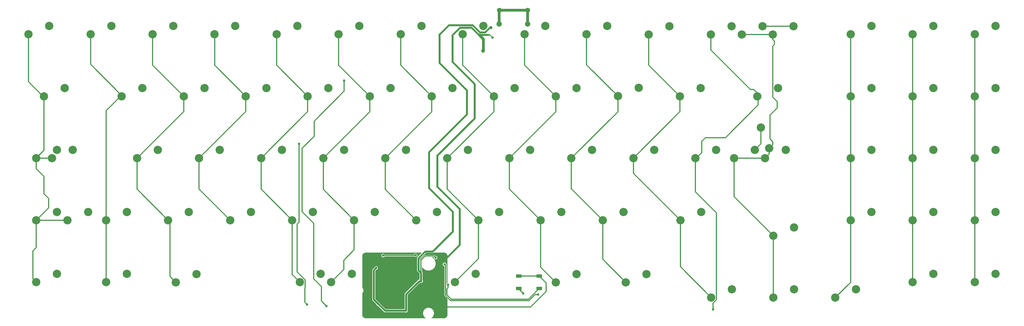
<source format=gbr>
G04 EAGLE Gerber RS-274X export*
G75*
%MOMM*%
%FSLAX34Y34*%
%LPD*%
%INTop Copper*%
%IPPOS*%
%AMOC8*
5,1,8,0,0,1.08239X$1,22.5*%
G01*
%ADD10C,2.540000*%
%ADD11R,1.700000X1.000000*%
%ADD12C,1.508000*%
%ADD13C,1.650000*%
%ADD14C,0.756400*%
%ADD15C,0.304800*%
%ADD16C,0.609600*%
%ADD17C,1.206400*%
%ADD18C,0.812800*%
%ADD19C,0.152400*%
%ADD20C,1.006400*%

G36*
X1272737Y-940617D02*
X1272737Y-940617D01*
X1272837Y-940602D01*
X1272848Y-940597D01*
X1272859Y-940595D01*
X1272946Y-940544D01*
X1273034Y-940495D01*
X1273042Y-940487D01*
X1273053Y-940480D01*
X1273116Y-940402D01*
X1273182Y-940327D01*
X1273186Y-940316D01*
X1273194Y-940306D01*
X1273226Y-940211D01*
X1273262Y-940117D01*
X1273262Y-940105D01*
X1273266Y-940094D01*
X1273263Y-939993D01*
X1273264Y-939893D01*
X1273260Y-939881D01*
X1273259Y-939869D01*
X1273221Y-939776D01*
X1273187Y-939682D01*
X1273179Y-939673D01*
X1273175Y-939662D01*
X1273107Y-939588D01*
X1273042Y-939511D01*
X1273031Y-939504D01*
X1273023Y-939496D01*
X1272983Y-939475D01*
X1272906Y-939429D01*
X1268179Y-934702D01*
X1265625Y-928537D01*
X1265625Y-921863D01*
X1268179Y-915698D01*
X1272898Y-910979D01*
X1279063Y-908425D01*
X1285737Y-908425D01*
X1291902Y-910979D01*
X1296621Y-915698D01*
X1299175Y-921863D01*
X1299175Y-928537D01*
X1296621Y-934702D01*
X1291892Y-939431D01*
X1291834Y-939468D01*
X1291747Y-939520D01*
X1291740Y-939529D01*
X1291730Y-939535D01*
X1291670Y-939616D01*
X1291606Y-939694D01*
X1291602Y-939705D01*
X1291595Y-939715D01*
X1291567Y-939811D01*
X1291534Y-939906D01*
X1291535Y-939918D01*
X1291531Y-939930D01*
X1291538Y-940030D01*
X1291541Y-940131D01*
X1291545Y-940142D01*
X1291546Y-940153D01*
X1291587Y-940246D01*
X1291625Y-940338D01*
X1291633Y-940347D01*
X1291638Y-940358D01*
X1291709Y-940430D01*
X1291777Y-940504D01*
X1291787Y-940510D01*
X1291795Y-940518D01*
X1291886Y-940560D01*
X1291976Y-940607D01*
X1291989Y-940609D01*
X1291999Y-940613D01*
X1292044Y-940617D01*
X1292161Y-940634D01*
X1330000Y-940634D01*
X1330024Y-940630D01*
X1330055Y-940632D01*
X1331792Y-940480D01*
X1331835Y-940468D01*
X1331901Y-940461D01*
X1333584Y-940010D01*
X1333625Y-939991D01*
X1333688Y-939972D01*
X1335268Y-939235D01*
X1335305Y-939209D01*
X1335364Y-939180D01*
X1336792Y-938180D01*
X1336823Y-938148D01*
X1336876Y-938109D01*
X1338109Y-936876D01*
X1338134Y-936840D01*
X1338180Y-936792D01*
X1339180Y-935364D01*
X1339198Y-935323D01*
X1339235Y-935268D01*
X1339972Y-933688D01*
X1339983Y-933645D01*
X1340010Y-933584D01*
X1340461Y-931901D01*
X1340463Y-931870D01*
X1340470Y-931848D01*
X1340470Y-931833D01*
X1340480Y-931792D01*
X1340632Y-930055D01*
X1340630Y-930031D01*
X1340634Y-930000D01*
X1340634Y-881674D01*
X1340627Y-881633D01*
X1340629Y-881590D01*
X1340607Y-881523D01*
X1340595Y-881453D01*
X1340573Y-881417D01*
X1340560Y-881377D01*
X1340506Y-881304D01*
X1340480Y-881260D01*
X1340464Y-881247D01*
X1340448Y-881226D01*
X1333403Y-874180D01*
X1331431Y-872209D01*
X1331431Y-869420D01*
X1331431Y-781317D01*
X1331420Y-781253D01*
X1331418Y-781187D01*
X1331400Y-781143D01*
X1331392Y-781097D01*
X1331358Y-781040D01*
X1331334Y-780979D01*
X1331302Y-780944D01*
X1331278Y-780903D01*
X1331227Y-780862D01*
X1331182Y-780813D01*
X1331140Y-780792D01*
X1331103Y-780762D01*
X1331041Y-780741D01*
X1330983Y-780711D01*
X1330928Y-780703D01*
X1330891Y-780690D01*
X1330852Y-780691D01*
X1330797Y-780683D01*
X1329496Y-780683D01*
X1326387Y-777575D01*
X1326387Y-773178D01*
X1329496Y-770070D01*
X1333892Y-770070D01*
X1337001Y-773178D01*
X1337001Y-776109D01*
X1337008Y-776151D01*
X1337006Y-776193D01*
X1337028Y-776260D01*
X1337040Y-776330D01*
X1337062Y-776366D01*
X1337075Y-776407D01*
X1337129Y-776479D01*
X1337155Y-776523D01*
X1337171Y-776536D01*
X1337187Y-776557D01*
X1337529Y-776900D01*
X1337529Y-779688D01*
X1337529Y-834435D01*
X1337545Y-834523D01*
X1337554Y-834611D01*
X1337564Y-834633D01*
X1337569Y-834656D01*
X1337614Y-834733D01*
X1337653Y-834812D01*
X1337671Y-834829D01*
X1337683Y-834849D01*
X1337752Y-834905D01*
X1337817Y-834966D01*
X1337838Y-834976D01*
X1337857Y-834991D01*
X1337941Y-835019D01*
X1338023Y-835054D01*
X1338047Y-835055D01*
X1338069Y-835062D01*
X1338158Y-835060D01*
X1338247Y-835064D01*
X1338270Y-835056D01*
X1338294Y-835056D01*
X1338376Y-835022D01*
X1338461Y-834995D01*
X1338482Y-834979D01*
X1338502Y-834971D01*
X1338539Y-834937D01*
X1338612Y-834884D01*
X1340448Y-833047D01*
X1340473Y-833012D01*
X1340504Y-832983D01*
X1340536Y-832920D01*
X1340577Y-832862D01*
X1340587Y-832821D01*
X1340607Y-832784D01*
X1340620Y-832694D01*
X1340633Y-832645D01*
X1340630Y-832624D01*
X1340634Y-832598D01*
X1340634Y-750000D01*
X1340630Y-749976D01*
X1340632Y-749945D01*
X1340480Y-748208D01*
X1340468Y-748165D01*
X1340461Y-748099D01*
X1340010Y-746416D01*
X1339991Y-746375D01*
X1339972Y-746312D01*
X1339235Y-744732D01*
X1339209Y-744695D01*
X1339180Y-744636D01*
X1338180Y-743208D01*
X1338148Y-743177D01*
X1338109Y-743124D01*
X1336876Y-741891D01*
X1336840Y-741866D01*
X1336792Y-741820D01*
X1335364Y-740820D01*
X1335323Y-740802D01*
X1335268Y-740765D01*
X1333688Y-740028D01*
X1333645Y-740017D01*
X1333584Y-739990D01*
X1331901Y-739539D01*
X1331856Y-739536D01*
X1331792Y-739520D01*
X1330055Y-739368D01*
X1330031Y-739370D01*
X1330000Y-739366D01*
X1298324Y-739366D01*
X1298282Y-739373D01*
X1298240Y-739371D01*
X1298172Y-739393D01*
X1298103Y-739405D01*
X1298066Y-739427D01*
X1298026Y-739440D01*
X1297953Y-739494D01*
X1297910Y-739520D01*
X1297897Y-739536D01*
X1297875Y-739552D01*
X1296944Y-740483D01*
X1273977Y-740483D01*
X1273935Y-740490D01*
X1273893Y-740488D01*
X1273825Y-740510D01*
X1273756Y-740522D01*
X1273719Y-740544D01*
X1273679Y-740557D01*
X1273606Y-740611D01*
X1273563Y-740636D01*
X1273550Y-740653D01*
X1273528Y-740668D01*
X1256259Y-757938D01*
X1256234Y-757973D01*
X1256203Y-758002D01*
X1256171Y-758065D01*
X1256130Y-758122D01*
X1256120Y-758164D01*
X1256100Y-758201D01*
X1256087Y-758291D01*
X1256074Y-758340D01*
X1256077Y-758361D01*
X1256073Y-758387D01*
X1256073Y-760690D01*
X1256088Y-760777D01*
X1256098Y-760866D01*
X1256108Y-760887D01*
X1256112Y-760911D01*
X1256158Y-760987D01*
X1256197Y-761067D01*
X1256214Y-761083D01*
X1256227Y-761104D01*
X1256296Y-761160D01*
X1256360Y-761221D01*
X1256382Y-761230D01*
X1256401Y-761245D01*
X1256485Y-761274D01*
X1256567Y-761308D01*
X1256591Y-761309D01*
X1256613Y-761317D01*
X1256702Y-761314D01*
X1256791Y-761318D01*
X1256814Y-761311D01*
X1256838Y-761310D01*
X1256920Y-761277D01*
X1257005Y-761250D01*
X1257026Y-761234D01*
X1257045Y-761226D01*
X1257083Y-761192D01*
X1257155Y-761138D01*
X1258275Y-760019D01*
X1269619Y-748675D01*
X1271590Y-746703D01*
X1300515Y-746703D01*
X1302819Y-749007D01*
X1302854Y-749032D01*
X1302883Y-749063D01*
X1302945Y-749095D01*
X1303003Y-749136D01*
X1303044Y-749146D01*
X1303082Y-749166D01*
X1303172Y-749179D01*
X1303221Y-749192D01*
X1303241Y-749189D01*
X1303268Y-749193D01*
X1306198Y-749193D01*
X1309307Y-752302D01*
X1309307Y-756698D01*
X1306198Y-759807D01*
X1301802Y-759807D01*
X1298693Y-756698D01*
X1298693Y-753768D01*
X1298686Y-753726D01*
X1298688Y-753683D01*
X1298666Y-753616D01*
X1298654Y-753547D01*
X1298632Y-753510D01*
X1298619Y-753470D01*
X1298565Y-753397D01*
X1298539Y-753354D01*
X1298523Y-753340D01*
X1298507Y-753319D01*
X1298175Y-752987D01*
X1298140Y-752962D01*
X1298111Y-752931D01*
X1298049Y-752899D01*
X1297991Y-752858D01*
X1297950Y-752848D01*
X1297912Y-752828D01*
X1297822Y-752815D01*
X1297773Y-752802D01*
X1297753Y-752805D01*
X1297726Y-752801D01*
X1293553Y-752801D01*
X1293454Y-752819D01*
X1293354Y-752833D01*
X1293344Y-752838D01*
X1293332Y-752840D01*
X1293246Y-752891D01*
X1293157Y-752939D01*
X1293149Y-752948D01*
X1293139Y-752955D01*
X1293076Y-753032D01*
X1293009Y-753108D01*
X1293005Y-753120D01*
X1292997Y-753129D01*
X1292965Y-753224D01*
X1292930Y-753318D01*
X1292929Y-753330D01*
X1292926Y-753341D01*
X1292929Y-753441D01*
X1292928Y-753542D01*
X1292932Y-753554D01*
X1292932Y-753566D01*
X1292970Y-753658D01*
X1293004Y-753753D01*
X1293012Y-753762D01*
X1293017Y-753773D01*
X1293084Y-753848D01*
X1293150Y-753924D01*
X1293161Y-753931D01*
X1293168Y-753939D01*
X1293209Y-753960D01*
X1293310Y-754021D01*
X1294593Y-754552D01*
X1300648Y-760607D01*
X1303925Y-768518D01*
X1303925Y-777082D01*
X1300648Y-784993D01*
X1294593Y-791048D01*
X1286682Y-794325D01*
X1278118Y-794325D01*
X1270207Y-791048D01*
X1264152Y-784993D01*
X1263769Y-784067D01*
X1263715Y-783983D01*
X1263663Y-783896D01*
X1263654Y-783889D01*
X1263648Y-783879D01*
X1263567Y-783818D01*
X1263489Y-783755D01*
X1263478Y-783751D01*
X1263468Y-783744D01*
X1263372Y-783715D01*
X1263277Y-783683D01*
X1263265Y-783683D01*
X1263253Y-783680D01*
X1263153Y-783687D01*
X1263052Y-783690D01*
X1263041Y-783694D01*
X1263030Y-783695D01*
X1262938Y-783736D01*
X1262845Y-783774D01*
X1262836Y-783782D01*
X1262825Y-783787D01*
X1262753Y-783857D01*
X1262679Y-783925D01*
X1262673Y-783936D01*
X1262665Y-783944D01*
X1262623Y-784035D01*
X1262576Y-784125D01*
X1262574Y-784138D01*
X1262570Y-784147D01*
X1262566Y-784193D01*
X1262549Y-784310D01*
X1262549Y-797819D01*
X1262556Y-797861D01*
X1262554Y-797903D01*
X1262576Y-797971D01*
X1262588Y-798040D01*
X1262610Y-798077D01*
X1262623Y-798117D01*
X1262677Y-798190D01*
X1262703Y-798233D01*
X1262719Y-798246D01*
X1262735Y-798268D01*
X1264073Y-799606D01*
X1264073Y-823975D01*
X1264080Y-824017D01*
X1264078Y-824059D01*
X1264100Y-824126D01*
X1264112Y-824196D01*
X1264134Y-824233D01*
X1264147Y-824273D01*
X1264201Y-824346D01*
X1264227Y-824389D01*
X1264243Y-824402D01*
X1264259Y-824424D01*
X1264807Y-824972D01*
X1264807Y-829368D01*
X1261698Y-832477D01*
X1257302Y-832477D01*
X1256754Y-831929D01*
X1256719Y-831904D01*
X1256690Y-831873D01*
X1256627Y-831841D01*
X1256569Y-831800D01*
X1256528Y-831790D01*
X1256491Y-831770D01*
X1256401Y-831757D01*
X1256352Y-831744D01*
X1256331Y-831747D01*
X1256305Y-831743D01*
X1255987Y-831743D01*
X1255945Y-831750D01*
X1255903Y-831748D01*
X1255835Y-831770D01*
X1255766Y-831782D01*
X1255729Y-831804D01*
X1255689Y-831817D01*
X1255616Y-831871D01*
X1255573Y-831897D01*
X1255560Y-831913D01*
X1255538Y-831929D01*
X1218338Y-869129D01*
X1218314Y-869164D01*
X1218282Y-869192D01*
X1218250Y-869255D01*
X1218210Y-869313D01*
X1218199Y-869354D01*
X1218180Y-869392D01*
X1218167Y-869482D01*
X1218165Y-869487D01*
X1218159Y-869505D01*
X1218159Y-869509D01*
X1218154Y-869530D01*
X1218156Y-869551D01*
X1218152Y-869577D01*
X1218152Y-914226D01*
X1218160Y-914267D01*
X1218158Y-914310D01*
X1218179Y-914377D01*
X1218192Y-914446D01*
X1218214Y-914483D01*
X1218227Y-914523D01*
X1218280Y-914596D01*
X1218306Y-914640D01*
X1218322Y-914653D01*
X1218338Y-914674D01*
X1218886Y-915222D01*
X1218886Y-919619D01*
X1215778Y-922727D01*
X1211381Y-922727D01*
X1210833Y-922179D01*
X1210798Y-922155D01*
X1210770Y-922123D01*
X1210707Y-922091D01*
X1210649Y-922051D01*
X1210608Y-922040D01*
X1210570Y-922021D01*
X1210480Y-922007D01*
X1210432Y-921995D01*
X1210411Y-921997D01*
X1210385Y-921993D01*
X1147026Y-921993D01*
X1127526Y-902493D01*
X1127491Y-902468D01*
X1127462Y-902437D01*
X1127399Y-902405D01*
X1127341Y-902364D01*
X1127300Y-902354D01*
X1127263Y-902334D01*
X1127173Y-902321D01*
X1127124Y-902308D01*
X1127103Y-902311D01*
X1127077Y-902307D01*
X1126302Y-902307D01*
X1123193Y-899198D01*
X1123193Y-898423D01*
X1123186Y-898381D01*
X1123188Y-898339D01*
X1123166Y-898271D01*
X1123154Y-898202D01*
X1123132Y-898165D01*
X1123119Y-898125D01*
X1123065Y-898052D01*
X1123039Y-898009D01*
X1123023Y-897996D01*
X1123007Y-897974D01*
X1110120Y-885087D01*
X1110120Y-791538D01*
X1116701Y-784958D01*
X1116725Y-784923D01*
X1116756Y-784894D01*
X1116788Y-784831D01*
X1116829Y-784773D01*
X1116839Y-784732D01*
X1116859Y-784694D01*
X1116872Y-784605D01*
X1116885Y-784556D01*
X1116882Y-784535D01*
X1116886Y-784509D01*
X1116886Y-783734D01*
X1119995Y-780625D01*
X1124391Y-780625D01*
X1127500Y-783734D01*
X1127500Y-788130D01*
X1124391Y-791239D01*
X1123616Y-791239D01*
X1123574Y-791246D01*
X1123532Y-791244D01*
X1123465Y-791266D01*
X1123395Y-791278D01*
X1123358Y-791300D01*
X1123318Y-791313D01*
X1123245Y-791367D01*
X1123202Y-791392D01*
X1123189Y-791409D01*
X1123167Y-791424D01*
X1119452Y-795140D01*
X1119427Y-795175D01*
X1119396Y-795204D01*
X1119364Y-795267D01*
X1119323Y-795324D01*
X1119313Y-795366D01*
X1119293Y-795403D01*
X1119280Y-795493D01*
X1119268Y-795542D01*
X1119270Y-795563D01*
X1119266Y-795589D01*
X1119266Y-881036D01*
X1119273Y-881078D01*
X1119271Y-881120D01*
X1119279Y-881145D01*
X1119280Y-881146D01*
X1119293Y-881188D01*
X1119305Y-881257D01*
X1119327Y-881294D01*
X1119340Y-881334D01*
X1119394Y-881407D01*
X1119420Y-881450D01*
X1119436Y-881463D01*
X1119452Y-881485D01*
X1129474Y-891507D01*
X1129509Y-891532D01*
X1129538Y-891563D01*
X1129601Y-891595D01*
X1129659Y-891636D01*
X1129700Y-891646D01*
X1129737Y-891666D01*
X1129827Y-891679D01*
X1129876Y-891692D01*
X1129897Y-891689D01*
X1129923Y-891693D01*
X1130698Y-891693D01*
X1133807Y-894802D01*
X1133807Y-895577D01*
X1133814Y-895619D01*
X1133812Y-895661D01*
X1133834Y-895729D01*
X1133846Y-895798D01*
X1133868Y-895835D01*
X1133881Y-895875D01*
X1133935Y-895948D01*
X1133961Y-895991D01*
X1133977Y-896004D01*
X1133993Y-896026D01*
X1150629Y-912662D01*
X1150664Y-912686D01*
X1150692Y-912718D01*
X1150755Y-912750D01*
X1150813Y-912790D01*
X1150854Y-912801D01*
X1150892Y-912820D01*
X1150982Y-912833D01*
X1151030Y-912846D01*
X1151051Y-912844D01*
X1151077Y-912848D01*
X1208373Y-912848D01*
X1208437Y-912836D01*
X1208503Y-912834D01*
X1208547Y-912816D01*
X1208593Y-912808D01*
X1208650Y-912775D01*
X1208711Y-912750D01*
X1208746Y-912718D01*
X1208787Y-912694D01*
X1208828Y-912643D01*
X1208877Y-912598D01*
X1208898Y-912556D01*
X1208928Y-912520D01*
X1208949Y-912457D01*
X1208979Y-912399D01*
X1208987Y-912344D01*
X1209000Y-912307D01*
X1208999Y-912268D01*
X1209007Y-912213D01*
X1209007Y-865526D01*
X1251936Y-822597D01*
X1254293Y-822597D01*
X1254358Y-822586D01*
X1254424Y-822584D01*
X1254467Y-822566D01*
X1254514Y-822558D01*
X1254571Y-822524D01*
X1254631Y-822499D01*
X1254666Y-822468D01*
X1254707Y-822443D01*
X1254749Y-822392D01*
X1254797Y-822348D01*
X1254819Y-822306D01*
X1254848Y-822269D01*
X1254869Y-822207D01*
X1254900Y-822148D01*
X1254908Y-822094D01*
X1254920Y-822057D01*
X1254919Y-822017D01*
X1254927Y-821963D01*
X1254927Y-803657D01*
X1254920Y-803615D01*
X1254922Y-803573D01*
X1254900Y-803505D01*
X1254888Y-803436D01*
X1254866Y-803399D01*
X1254853Y-803359D01*
X1254810Y-803301D01*
X1254809Y-803298D01*
X1254803Y-803291D01*
X1254799Y-803286D01*
X1254773Y-803243D01*
X1254757Y-803230D01*
X1254741Y-803208D01*
X1246927Y-795394D01*
X1246927Y-754336D01*
X1260815Y-740448D01*
X1260865Y-740375D01*
X1260922Y-740306D01*
X1260929Y-740284D01*
X1260943Y-740264D01*
X1260965Y-740178D01*
X1260993Y-740094D01*
X1260993Y-740070D01*
X1260999Y-740047D01*
X1260989Y-739958D01*
X1260987Y-739869D01*
X1260978Y-739847D01*
X1260975Y-739824D01*
X1260936Y-739744D01*
X1260903Y-739662D01*
X1260887Y-739644D01*
X1260876Y-739623D01*
X1260811Y-739562D01*
X1260751Y-739496D01*
X1260730Y-739485D01*
X1260713Y-739469D01*
X1260631Y-739434D01*
X1260552Y-739393D01*
X1260525Y-739390D01*
X1260506Y-739381D01*
X1260456Y-739379D01*
X1260366Y-739366D01*
X1090000Y-739366D01*
X1089976Y-739370D01*
X1089945Y-739368D01*
X1088208Y-739520D01*
X1088165Y-739532D01*
X1088099Y-739539D01*
X1086416Y-739990D01*
X1086375Y-740009D01*
X1086312Y-740028D01*
X1084732Y-740765D01*
X1084695Y-740791D01*
X1084636Y-740820D01*
X1083208Y-741820D01*
X1083177Y-741852D01*
X1083124Y-741891D01*
X1081891Y-743124D01*
X1081866Y-743160D01*
X1081820Y-743208D01*
X1080820Y-744636D01*
X1080802Y-744677D01*
X1080765Y-744732D01*
X1080028Y-746312D01*
X1080017Y-746355D01*
X1079990Y-746416D01*
X1079539Y-748099D01*
X1079536Y-748144D01*
X1079520Y-748208D01*
X1079368Y-749945D01*
X1079370Y-749969D01*
X1079366Y-750000D01*
X1079366Y-847426D01*
X1079373Y-847468D01*
X1079371Y-847510D01*
X1079393Y-847577D01*
X1079405Y-847647D01*
X1079427Y-847683D01*
X1079440Y-847724D01*
X1079494Y-847796D01*
X1079520Y-847840D01*
X1079536Y-847853D01*
X1079552Y-847874D01*
X1081199Y-849521D01*
X1082725Y-853206D01*
X1082725Y-857194D01*
X1081199Y-860879D01*
X1079552Y-862526D01*
X1079527Y-862560D01*
X1079496Y-862589D01*
X1079464Y-862652D01*
X1079423Y-862710D01*
X1079413Y-862751D01*
X1079393Y-862789D01*
X1079380Y-862878D01*
X1079368Y-862927D01*
X1079370Y-862948D01*
X1079366Y-862974D01*
X1079366Y-930000D01*
X1079370Y-930024D01*
X1079368Y-930055D01*
X1079520Y-931792D01*
X1079532Y-931835D01*
X1079536Y-931869D01*
X1079536Y-931885D01*
X1079538Y-931890D01*
X1079539Y-931901D01*
X1079990Y-933584D01*
X1080009Y-933625D01*
X1080028Y-933688D01*
X1080765Y-935268D01*
X1080791Y-935305D01*
X1080820Y-935364D01*
X1081820Y-936792D01*
X1081852Y-936823D01*
X1081891Y-936876D01*
X1083124Y-938109D01*
X1083160Y-938134D01*
X1083208Y-938180D01*
X1084636Y-939180D01*
X1084677Y-939198D01*
X1084732Y-939235D01*
X1086312Y-939972D01*
X1086355Y-939983D01*
X1086416Y-940010D01*
X1088099Y-940461D01*
X1088144Y-940464D01*
X1088208Y-940480D01*
X1089945Y-940632D01*
X1089969Y-940630D01*
X1090000Y-940634D01*
X1272639Y-940634D01*
X1272737Y-940617D01*
G37*
%LPC*%
G36*
X1140802Y-753307D02*
X1140802Y-753307D01*
X1137693Y-750198D01*
X1137693Y-745802D01*
X1140802Y-742693D01*
X1145198Y-742693D01*
X1147270Y-744765D01*
X1147305Y-744790D01*
X1147334Y-744821D01*
X1147397Y-744853D01*
X1147455Y-744894D01*
X1147496Y-744904D01*
X1147533Y-744924D01*
X1147623Y-744937D01*
X1147672Y-744950D01*
X1147693Y-744947D01*
X1147719Y-744951D01*
X1237281Y-744951D01*
X1237323Y-744944D01*
X1237365Y-744946D01*
X1237432Y-744924D01*
X1237502Y-744912D01*
X1237539Y-744890D01*
X1237579Y-744877D01*
X1237652Y-744823D01*
X1237695Y-744797D01*
X1237708Y-744781D01*
X1237730Y-744765D01*
X1240802Y-741693D01*
X1245198Y-741693D01*
X1248307Y-744802D01*
X1248307Y-749198D01*
X1245198Y-752307D01*
X1240802Y-752307D01*
X1239730Y-751235D01*
X1239695Y-751210D01*
X1239666Y-751179D01*
X1239603Y-751147D01*
X1239545Y-751106D01*
X1239504Y-751096D01*
X1239467Y-751076D01*
X1239377Y-751063D01*
X1239328Y-751050D01*
X1239307Y-751053D01*
X1239281Y-751049D01*
X1147719Y-751049D01*
X1147677Y-751056D01*
X1147635Y-751054D01*
X1147568Y-751076D01*
X1147498Y-751088D01*
X1147461Y-751110D01*
X1147421Y-751123D01*
X1147348Y-751177D01*
X1147305Y-751203D01*
X1147292Y-751219D01*
X1147270Y-751235D01*
X1145198Y-753307D01*
X1140802Y-753307D01*
G37*
%LPD*%
D10*
X57100Y-69800D03*
X120600Y-44400D03*
X247100Y-69800D03*
X310600Y-44400D03*
X437100Y-69800D03*
X500600Y-44400D03*
X627100Y-69800D03*
X690600Y-44400D03*
X817100Y-69800D03*
X880600Y-44400D03*
X1007100Y-69800D03*
X1070600Y-44400D03*
X1197100Y-69800D03*
X1260600Y-44400D03*
X1387100Y-69800D03*
X1450600Y-44400D03*
X1576900Y-69600D03*
X1640400Y-44200D03*
X1766600Y-69800D03*
X1830100Y-44400D03*
X1957100Y-70300D03*
X2020600Y-44900D03*
X2147100Y-70300D03*
X2210600Y-44900D03*
X2241900Y-70300D03*
X2305400Y-44900D03*
X2337100Y-70300D03*
X2400600Y-44900D03*
X2575700Y-69800D03*
X2639200Y-44400D03*
X2765700Y-69800D03*
X2829200Y-44400D03*
X2955700Y-69800D03*
X3019200Y-44400D03*
X104700Y-259700D03*
X168200Y-234300D03*
X342400Y-259800D03*
X405900Y-234400D03*
X532500Y-260000D03*
X596000Y-234600D03*
X722400Y-259800D03*
X785900Y-234400D03*
X912400Y-259800D03*
X975900Y-234400D03*
X1102400Y-259800D03*
X1165900Y-234400D03*
X1292400Y-259800D03*
X1355900Y-234400D03*
X1482400Y-259800D03*
X1545900Y-234400D03*
X1672400Y-259800D03*
X1735900Y-234400D03*
X1862600Y-259500D03*
X1926100Y-234100D03*
X2052900Y-260300D03*
X2116400Y-234900D03*
X2289500Y-260300D03*
X2353000Y-234900D03*
X2326100Y-419200D03*
X2300700Y-355700D03*
X2575700Y-259800D03*
X2639200Y-234400D03*
X2765700Y-259800D03*
X2829200Y-234400D03*
X2955700Y-259800D03*
X3019200Y-234400D03*
X128500Y-449800D03*
X192000Y-424400D03*
X80400Y-449500D03*
X143900Y-424100D03*
X389500Y-449800D03*
X453000Y-424400D03*
X579500Y-449800D03*
X643000Y-424400D03*
X769500Y-449800D03*
X833000Y-424400D03*
X960000Y-449800D03*
X1023500Y-424400D03*
X1150000Y-449800D03*
X1213500Y-424400D03*
X1340000Y-449800D03*
X1403500Y-424400D03*
X1530000Y-449800D03*
X1593500Y-424400D03*
X1720000Y-449800D03*
X1783500Y-424400D03*
X1910000Y-449800D03*
X1973500Y-424400D03*
X2099500Y-449800D03*
X2163000Y-424400D03*
X2218500Y-449800D03*
X2282000Y-424400D03*
X2313300Y-449800D03*
X2376800Y-424400D03*
X2575700Y-449800D03*
X2639200Y-424400D03*
X2765700Y-449800D03*
X2829200Y-424400D03*
X2955700Y-449800D03*
X3019200Y-424400D03*
X80900Y-639800D03*
X144400Y-614400D03*
X176200Y-639800D03*
X239700Y-614400D03*
X294700Y-639800D03*
X358200Y-614400D03*
X484700Y-639800D03*
X548200Y-614400D03*
X674700Y-639800D03*
X738200Y-614400D03*
X864700Y-639800D03*
X928200Y-614400D03*
X1054700Y-639800D03*
X1118200Y-614400D03*
X1244700Y-639800D03*
X1308200Y-614400D03*
X1435200Y-639800D03*
X1498700Y-614400D03*
X1625700Y-640300D03*
X1689200Y-614900D03*
X1816200Y-639800D03*
X1879700Y-614400D03*
X2053900Y-639800D03*
X2117400Y-614400D03*
X2575700Y-639800D03*
X2639200Y-614400D03*
X2765700Y-639800D03*
X2829200Y-614400D03*
X2955700Y-639800D03*
X3019200Y-614400D03*
X2338800Y-687600D03*
X2402300Y-662200D03*
X80900Y-829800D03*
X144400Y-804400D03*
X294700Y-829800D03*
X358200Y-804400D03*
X508500Y-830300D03*
X572000Y-804900D03*
X983800Y-829800D03*
X1047300Y-804400D03*
X888500Y-829800D03*
X952000Y-804400D03*
X1363300Y-829800D03*
X1426800Y-804400D03*
X1672400Y-830800D03*
X1735900Y-805400D03*
X1886700Y-830300D03*
X1950200Y-804900D03*
X2765700Y-829800D03*
X2829200Y-804400D03*
X2955700Y-829800D03*
X3019200Y-804400D03*
X2148600Y-877400D03*
X2212100Y-852000D03*
X2338600Y-877400D03*
X2402100Y-852000D03*
X2528600Y-877400D03*
X2592100Y-852000D03*
D11*
X1558500Y-811000D03*
X1558500Y-849000D03*
X1621500Y-811000D03*
X1621500Y-849000D03*
D12*
X1585700Y4000D03*
D13*
X1585800Y-37800D03*
D12*
X1499300Y4000D03*
D13*
X1499100Y-37800D03*
D14*
X1024000Y-212000D03*
D15*
X1024000Y-244295D02*
X932024Y-336271D01*
X1024000Y-244295D02*
X1024000Y-212000D01*
X932024Y-382442D02*
X895144Y-419322D01*
X932024Y-382442D02*
X932024Y-336271D01*
X895144Y-419322D02*
X895144Y-614178D01*
X930420Y-649454D01*
X930420Y-819959D01*
D14*
X970000Y-903438D03*
D15*
X954220Y-887658D01*
X954220Y-843759D01*
X930420Y-819959D01*
D14*
X886000Y-405500D03*
D15*
X886000Y-646145D01*
X879752Y-652393D01*
X904248Y-823277D02*
X904248Y-848323D01*
X903552Y-849019D01*
X879752Y-798781D02*
X879752Y-652393D01*
X879752Y-798781D02*
X904248Y-823277D01*
X903552Y-891846D02*
X910500Y-898794D01*
D14*
X910500Y-898794D03*
D15*
X903552Y-891846D02*
X903552Y-849019D01*
D14*
X1143000Y-748000D03*
X1243000Y-747000D03*
D15*
X1242000Y-748000D02*
X1143000Y-748000D01*
X1242000Y-748000D02*
X1243000Y-747000D01*
D14*
X1087000Y-824500D03*
D16*
X1087000Y-901000D01*
X1090500Y-904500D01*
D14*
X1090500Y-904500D03*
X1244500Y-906000D03*
D16*
X1236814Y-906000D01*
X1217040Y-925774D01*
X1111774Y-925774D01*
X1090500Y-904500D01*
X1231000Y-902000D02*
X1231000Y-861500D01*
X1235000Y-906000D02*
X1244500Y-906000D01*
X1235000Y-906000D02*
X1231000Y-902000D01*
X1245000Y-847500D02*
X1275500Y-847500D01*
X1245000Y-847500D02*
X1231000Y-861500D01*
D14*
X1275500Y-847500D03*
D16*
X1275500Y-818000D01*
X1377780Y-605060D02*
X1309280Y-536560D01*
X1309280Y-441536D01*
X1423172Y-327644D02*
X1423172Y-221705D01*
X1423172Y-327644D02*
X1309280Y-441536D01*
X1377780Y-715720D02*
X1275500Y-818000D01*
X1377780Y-715720D02*
X1377780Y-605060D01*
X1087000Y-802000D02*
X1087000Y-824500D01*
X1087000Y-802000D02*
X1128500Y-760500D01*
X1166500Y-760500D01*
X1169500Y-757500D01*
D14*
X1169500Y-757500D03*
D16*
X1423172Y-221705D02*
X1356000Y-154533D01*
X1356000Y-72000D01*
X1378880Y-49120D01*
X1414344Y-49120D02*
X1436344Y-71120D01*
X1414344Y-49120D02*
X1378880Y-49120D01*
X1440000Y-71120D02*
X1460000Y-71120D01*
X1465880Y-71120D01*
D15*
X1469620Y-71120D02*
X1478500Y-80000D01*
X1469620Y-71120D02*
X1460000Y-71120D01*
D14*
X1478500Y-80000D03*
D15*
X1558500Y-811000D02*
X1621500Y-811000D01*
X1642500Y-832000D01*
X1642500Y-858500D01*
X1595000Y-906000D01*
X1244500Y-906000D01*
D17*
X1450000Y-120000D03*
D18*
X1450788Y-84601D02*
X1438323Y-72136D01*
X1450788Y-84601D02*
X1450788Y-119212D01*
X1450000Y-120000D01*
X1439500Y-72136D02*
X1438323Y-72136D01*
X1499100Y-37800D02*
X1499100Y3800D01*
X1499300Y4000D01*
X1585700Y4000D01*
X1585800Y3900D01*
X1585800Y-37800D01*
D19*
X1440000Y-71120D02*
X1436344Y-71120D01*
D16*
X1437307Y-71120D01*
X1438323Y-72136D01*
D14*
X1122193Y-785932D03*
X1128500Y-897000D03*
X1213580Y-917420D03*
X1259500Y-827170D03*
D16*
X1253830Y-827170D01*
X1213580Y-867420D01*
X1213580Y-917420D01*
X1148920Y-917420D01*
X1128500Y-897000D01*
X1114693Y-883193D01*
X1114693Y-793432D01*
X1122193Y-785932D01*
X1259500Y-801500D02*
X1259500Y-827170D01*
X1259500Y-801500D02*
X1251500Y-793500D01*
X1251500Y-756230D01*
X1283500Y-541520D02*
X1283500Y-430940D01*
X1399400Y-315040D01*
X1399400Y-241180D01*
X1316000Y-157780D01*
X1316000Y-70000D01*
X1316000Y-69500D01*
X1271820Y-735910D02*
X1251500Y-756230D01*
X1316000Y-70000D02*
X1344500Y-41500D01*
X1417500Y-41500D01*
X1439500Y-63500D01*
D20*
X1473000Y-49500D03*
D16*
X1469926Y-49500D01*
X1455926Y-63500D01*
X1439500Y-63500D01*
D14*
X1618500Y-868000D03*
D15*
X1608966Y-868000D01*
X1590394Y-886572D01*
X1350106Y-886572D01*
X1334480Y-870946D01*
X1334480Y-778163D02*
X1331694Y-775376D01*
X1334480Y-778163D02*
X1334480Y-870946D01*
D14*
X1331694Y-775376D03*
X1304000Y-754500D03*
D15*
X1272853Y-749752D02*
X1259352Y-763253D01*
X1259352Y-782347D01*
X1299252Y-749752D02*
X1304000Y-754500D01*
X1299252Y-749752D02*
X1272853Y-749752D01*
X1259352Y-782347D02*
X1259500Y-782495D01*
X1259500Y-801500D01*
D16*
X1271820Y-735910D02*
X1295050Y-735910D01*
X1356320Y-614340D02*
X1283500Y-541520D01*
X1356320Y-674640D02*
X1295050Y-735910D01*
X1356320Y-674640D02*
X1356320Y-614340D01*
D14*
X1342500Y-838500D03*
D15*
X1342500Y-846969D01*
X1339052Y-850417D01*
X1339052Y-869052D01*
X1588500Y-882000D02*
X1621500Y-849000D01*
X1352000Y-882000D02*
X1339052Y-869052D01*
X1352000Y-882000D02*
X1588500Y-882000D01*
X57152Y-69852D02*
X57100Y-69800D01*
X57152Y-69852D02*
X57152Y-214747D01*
X102105Y-259700D02*
X104700Y-259700D01*
X102105Y-259700D02*
X57152Y-214747D01*
X104700Y-259700D02*
X104700Y-425208D01*
X80400Y-449500D01*
X80700Y-449800D02*
X128500Y-449800D01*
X80700Y-449800D02*
X80400Y-449500D01*
X80400Y-481500D02*
X104252Y-505352D01*
X80400Y-481500D02*
X80400Y-449500D01*
X104252Y-505352D02*
X104252Y-559157D01*
X118348Y-573253D01*
X118348Y-602352D01*
X80900Y-639800D01*
X176200Y-639800D01*
X80900Y-639800D02*
X80900Y-723723D01*
X70842Y-733781D01*
X70842Y-819742D01*
X80900Y-829800D01*
X294700Y-829800D02*
X294700Y-639800D01*
X338769Y-259800D02*
X342400Y-259800D01*
X338769Y-259800D02*
X294700Y-303869D01*
X294700Y-639800D01*
X342400Y-259800D02*
X342400Y-257400D01*
X247100Y-162100D02*
X247100Y-69800D01*
X247100Y-162100D02*
X342400Y-257400D01*
X437100Y-164600D02*
X437100Y-69800D01*
X437100Y-164600D02*
X532500Y-260000D01*
X532500Y-306800D01*
X389500Y-449800D01*
X389500Y-544600D01*
X484700Y-639800D01*
X490000Y-645100D01*
X490000Y-811800D02*
X508500Y-830300D01*
X490000Y-811800D02*
X490000Y-645100D01*
X817100Y-164500D02*
X817100Y-69800D01*
X817100Y-164500D02*
X912400Y-259800D01*
X912400Y-306900D01*
X769500Y-449800D01*
X769500Y-544600D01*
X864700Y-639800D01*
X864700Y-806000D01*
X888500Y-829800D01*
X627152Y-69852D02*
X627100Y-69800D01*
X722205Y-259800D02*
X722400Y-259800D01*
X722205Y-259800D02*
X627152Y-164747D01*
X627152Y-69852D01*
X722400Y-259800D02*
X722400Y-306900D01*
X579500Y-449800D01*
X579500Y-544600D01*
X674700Y-639800D01*
X1197100Y-164500D02*
X1197100Y-69800D01*
X1197100Y-164500D02*
X1292400Y-259800D01*
X1292400Y-307400D01*
X1150000Y-449800D01*
X1150000Y-545100D01*
X1244700Y-639800D01*
X1007100Y-164500D02*
X1007100Y-69800D01*
X1007100Y-164500D02*
X1102400Y-259800D01*
X1102400Y-307400D01*
X960000Y-449800D01*
X960000Y-545100D01*
X1054700Y-639800D01*
X1054700Y-731105D01*
X1022552Y-791048D02*
X983800Y-829800D01*
X1022552Y-763253D02*
X1054700Y-731105D01*
X1022552Y-763253D02*
X1022552Y-791048D01*
X1387100Y-164500D02*
X1387100Y-69800D01*
X1387100Y-164500D02*
X1482400Y-259800D01*
X1482400Y-307400D01*
X1340000Y-449800D01*
X1340000Y-544600D01*
X1435200Y-639800D01*
X1435200Y-757900D01*
X1363300Y-829800D01*
X1576900Y-164300D02*
X1576900Y-69600D01*
X1576900Y-164300D02*
X1672400Y-259800D01*
X1672400Y-307400D01*
X1530000Y-449800D01*
X1530000Y-544600D01*
X1625700Y-640300D01*
X1625700Y-784100D01*
X1672400Y-830800D01*
X2955700Y-259800D02*
X2955700Y-69800D01*
X2955700Y-259800D02*
X2955700Y-449800D01*
X2955700Y-639800D01*
X2955700Y-829800D01*
X1957100Y-164500D02*
X1957100Y-70300D01*
X1957100Y-164500D02*
X2052900Y-260300D01*
X2052900Y-306900D01*
X1910000Y-449800D01*
X1910000Y-495900D01*
X2053900Y-639800D01*
X2053900Y-782700D01*
X2148600Y-877400D01*
X2765700Y-259800D02*
X2765700Y-69800D01*
X2765700Y-259800D02*
X2765700Y-449800D01*
X2765700Y-639800D01*
X2765700Y-829800D01*
X2575700Y-259800D02*
X2575700Y-69800D01*
X2575700Y-259800D02*
X2575700Y-449800D01*
X2575700Y-639800D01*
X2575700Y-830300D01*
X2528600Y-877400D01*
X1766600Y-163500D02*
X1766600Y-69800D01*
X1766600Y-163500D02*
X1862600Y-259500D01*
X1862600Y-307200D01*
X1720000Y-449800D01*
X1720000Y-543600D01*
X1816200Y-639800D01*
X1816200Y-759800D01*
X1886700Y-830300D01*
X2241900Y-70300D02*
X2337100Y-70300D01*
X2337100Y-408200D02*
X2326100Y-419200D01*
X2337100Y-85669D02*
X2337100Y-70300D01*
X2337100Y-85669D02*
X2342348Y-90917D01*
X2342348Y-100483D01*
X2337100Y-105731D01*
X2350648Y-276153D02*
X2350648Y-295247D01*
X2328452Y-390647D02*
X2337100Y-399295D01*
X2337100Y-408200D01*
X2337100Y-262605D02*
X2337100Y-105731D01*
X2337100Y-262605D02*
X2350648Y-276153D01*
X2350648Y-295247D02*
X2328452Y-317443D01*
X2328452Y-390647D01*
X2326100Y-419200D02*
X2326100Y-437000D01*
X2313300Y-449800D01*
X2218500Y-449800D02*
X2218500Y-567300D01*
X2338800Y-687600D01*
X2338800Y-877200D01*
X2338600Y-877400D01*
X2313300Y-449800D02*
X2218500Y-449800D01*
X2147100Y-117900D02*
X2147100Y-70300D01*
X2147100Y-117900D02*
X2268252Y-239052D01*
X2278647Y-239052D01*
X2289500Y-249905D01*
X2292148Y-252553D01*
X2102648Y-449800D02*
X2100000Y-449800D01*
X2099500Y-449800D01*
X2119302Y-397621D02*
X2130021Y-386902D01*
X2119302Y-433146D02*
X2102648Y-449800D01*
X2119302Y-433146D02*
X2119302Y-397621D01*
X2292148Y-270000D02*
X2292148Y-252553D01*
X2292148Y-270000D02*
X2292148Y-286683D01*
X2191929Y-386902D01*
X2130021Y-386902D01*
X2289500Y-260300D02*
X2289500Y-249905D01*
X2289500Y-260300D02*
X2289500Y-267352D01*
X2292148Y-270000D01*
D14*
X2154500Y-914000D03*
D15*
X2154500Y-893771D01*
X2164348Y-883923D01*
X2164348Y-616943D01*
X2100000Y-552595D01*
X2100000Y-449800D01*
D14*
X1572500Y-864500D03*
D15*
X1558500Y-850500D01*
X1558500Y-849000D01*
X2282000Y-424400D02*
X2300700Y-405700D01*
X2300700Y-355700D01*
X2305400Y-44900D02*
X2400600Y-44900D01*
M02*

</source>
